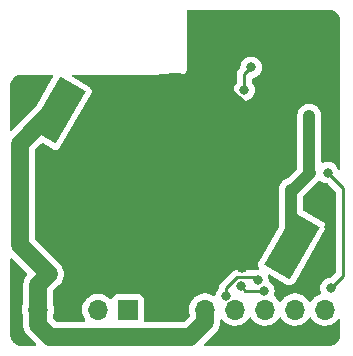
<source format=gbr>
G04 #@! TF.GenerationSoftware,KiCad,Pcbnew,(6.0.11)*
G04 #@! TF.CreationDate,2023-02-12T22:37:01+01:00*
G04 #@! TF.ProjectId,atmega328p-au--e01c-ml01s--bme280--cr2032,61746d65-6761-4333-9238-702d61752d2d,rev?*
G04 #@! TF.SameCoordinates,Original*
G04 #@! TF.FileFunction,Copper,L2,Bot*
G04 #@! TF.FilePolarity,Positive*
%FSLAX46Y46*%
G04 Gerber Fmt 4.6, Leading zero omitted, Abs format (unit mm)*
G04 Created by KiCad (PCBNEW (6.0.11)) date 2023-02-12 22:37:01*
%MOMM*%
%LPD*%
G01*
G04 APERTURE LIST*
G04 Aperture macros list*
%AMRotRect*
0 Rectangle, with rotation*
0 The origin of the aperture is its center*
0 $1 length*
0 $2 width*
0 $3 Rotation angle, in degrees counterclockwise*
0 Add horizontal line*
21,1,$1,$2,0,0,$3*%
G04 Aperture macros list end*
G04 #@! TA.AperFunction,ComponentPad*
%ADD10R,1.700000X1.700000*%
G04 #@! TD*
G04 #@! TA.AperFunction,ComponentPad*
%ADD11O,1.700000X1.700000*%
G04 #@! TD*
G04 #@! TA.AperFunction,SMDPad,CuDef*
%ADD12C,17.800000*%
G04 #@! TD*
G04 #@! TA.AperFunction,SMDPad,CuDef*
%ADD13RotRect,2.500000X5.100000X330.000000*%
G04 #@! TD*
G04 #@! TA.AperFunction,ViaPad*
%ADD14C,1.000000*%
G04 #@! TD*
G04 #@! TA.AperFunction,ViaPad*
%ADD15C,0.800000*%
G04 #@! TD*
G04 #@! TA.AperFunction,Conductor*
%ADD16C,1.500000*%
G04 #@! TD*
G04 #@! TA.AperFunction,Conductor*
%ADD17C,1.000000*%
G04 #@! TD*
G04 #@! TA.AperFunction,Conductor*
%ADD18C,0.500000*%
G04 #@! TD*
G04 #@! TA.AperFunction,Conductor*
%ADD19C,0.250000*%
G04 #@! TD*
G04 APERTURE END LIST*
D10*
X106020000Y-83439000D03*
D11*
X103480000Y-83439000D03*
X100940000Y-83439000D03*
X98400000Y-83439000D03*
D10*
X110000000Y-83400000D03*
D11*
X112540000Y-83400000D03*
X115080000Y-83400000D03*
X117620000Y-83400000D03*
X120160000Y-83400000D03*
X122700000Y-83400000D03*
D12*
X109982000Y-72263000D03*
D13*
X100066009Y-66538000D03*
X119897991Y-77988000D03*
D14*
X119789819Y-73247000D03*
X99300000Y-80370000D03*
X121360000Y-66980000D03*
X120800000Y-58800000D03*
X115700000Y-79800000D03*
X119824500Y-70675500D03*
X96800000Y-66300000D03*
X122700000Y-60400000D03*
X101190000Y-80390000D03*
X118900000Y-85900000D03*
X122100000Y-80000000D03*
X104300000Y-80200000D03*
X96600000Y-80400000D03*
X123100000Y-76382206D03*
X103900000Y-64400000D03*
X123000000Y-63000000D03*
X100500000Y-74500000D03*
X96800000Y-85700000D03*
X118600000Y-64400000D03*
X98000000Y-64300000D03*
X121500000Y-85900000D03*
X99700000Y-71000000D03*
X116400000Y-85900000D03*
X112327000Y-59800000D03*
D15*
X115550500Y-81412545D03*
X117500000Y-81800000D03*
X114326677Y-82251276D03*
X116999500Y-80934839D03*
X122900000Y-71800000D03*
X115862700Y-64801500D03*
X123200000Y-81600000D03*
X116432666Y-62904177D03*
D16*
X99300000Y-80370000D02*
X96870000Y-77940000D01*
D17*
X119800000Y-73257181D02*
X119800000Y-77704991D01*
D16*
X98400000Y-84700000D02*
X98400000Y-83439000D01*
D17*
X119993000Y-73247000D02*
X119789819Y-73247000D01*
X121360000Y-66980000D02*
X121360000Y-71800000D01*
X121400000Y-71840000D02*
X119993000Y-73247000D01*
D16*
X96870000Y-77940000D02*
X96870000Y-69353009D01*
X96870000Y-69353009D02*
X99685009Y-66538000D01*
D17*
X121360000Y-71800000D02*
X121400000Y-71840000D01*
D16*
X99300000Y-80370000D02*
X99300000Y-80400000D01*
X98400000Y-81300000D02*
X98400000Y-83439000D01*
X99400000Y-85700000D02*
X98400000Y-84700000D01*
X99300000Y-80400000D02*
X98400000Y-81300000D01*
D17*
X119789819Y-73247000D02*
X119800000Y-73257181D01*
D16*
X112540000Y-84460000D02*
X111300000Y-85700000D01*
X111300000Y-85700000D02*
X99400000Y-85700000D01*
X112540000Y-83400000D02*
X112540000Y-84460000D01*
D18*
X111252000Y-73279000D02*
X110236000Y-72263000D01*
D19*
X115937955Y-81800000D02*
X115550500Y-81412545D01*
X117500000Y-81800000D02*
X115937955Y-81800000D01*
X117400000Y-81900000D02*
X117500000Y-81800000D01*
X116752206Y-80687545D02*
X115250195Y-80687545D01*
X115250195Y-80687545D02*
X114326677Y-81611063D01*
X116999500Y-80934839D02*
X116752206Y-80687545D01*
X114326677Y-81611063D02*
X114326677Y-82251276D01*
X123200000Y-81600000D02*
X124225000Y-80575000D01*
X124225000Y-80575000D02*
X124225000Y-73125000D01*
X124225000Y-73125000D02*
X122900000Y-71800000D01*
X115862700Y-64801500D02*
X115862700Y-63474143D01*
X115862700Y-63474143D02*
X116432666Y-62904177D01*
G04 #@! TA.AperFunction,Conductor*
G36*
X96217012Y-79067253D02*
G01*
X96223595Y-79073382D01*
X97447876Y-80297663D01*
X97481902Y-80359975D01*
X97476837Y-80430790D01*
X97455451Y-80467572D01*
X97453076Y-80470413D01*
X97449600Y-80474398D01*
X97397288Y-80531888D01*
X97397281Y-80531897D01*
X97393515Y-80536036D01*
X97390538Y-80540782D01*
X97390537Y-80540783D01*
X97383987Y-80551225D01*
X97373911Y-80565093D01*
X97366004Y-80574549D01*
X97365997Y-80574559D01*
X97362406Y-80578854D01*
X97332093Y-80631999D01*
X97321118Y-80651240D01*
X97318408Y-80655768D01*
X97285203Y-80708702D01*
X97274136Y-80726344D01*
X97272043Y-80731549D01*
X97272042Y-80731552D01*
X97267448Y-80742979D01*
X97259988Y-80758411D01*
X97253880Y-80769119D01*
X97253876Y-80769128D01*
X97251101Y-80773993D01*
X97249232Y-80779270D01*
X97249230Y-80779275D01*
X97223285Y-80852542D01*
X97221420Y-80857478D01*
X97190344Y-80934783D01*
X97189208Y-80940270D01*
X97189207Y-80940272D01*
X97186706Y-80952349D01*
X97182101Y-80968844D01*
X97176111Y-80985759D01*
X97164257Y-81058148D01*
X97162643Y-81068001D01*
X97161683Y-81073180D01*
X97144787Y-81154767D01*
X97144521Y-81159379D01*
X97144521Y-81159380D01*
X97143185Y-81182548D01*
X97141738Y-81195653D01*
X97140714Y-81201910D01*
X97139806Y-81207457D01*
X97139894Y-81213070D01*
X97139894Y-81213072D01*
X97141484Y-81314264D01*
X97141500Y-81316243D01*
X97141500Y-82895651D01*
X97129787Y-82948702D01*
X97122869Y-82963605D01*
X97122867Y-82963610D01*
X97120688Y-82968305D01*
X97060989Y-83183570D01*
X97037251Y-83405695D01*
X97037548Y-83410848D01*
X97037548Y-83410851D01*
X97043011Y-83505590D01*
X97050110Y-83628715D01*
X97051247Y-83633761D01*
X97051248Y-83633767D01*
X97071119Y-83721939D01*
X97099222Y-83846639D01*
X97102013Y-83853512D01*
X97132243Y-83927961D01*
X97141500Y-83975365D01*
X97141500Y-84608604D01*
X97140422Y-84625051D01*
X97137521Y-84647086D01*
X97137786Y-84652698D01*
X97141360Y-84728488D01*
X97141500Y-84734424D01*
X97141500Y-84756999D01*
X97143510Y-84779525D01*
X97143819Y-84782988D01*
X97144178Y-84788248D01*
X97148104Y-84871488D01*
X97149354Y-84876947D01*
X97149355Y-84876952D01*
X97152108Y-84888970D01*
X97154789Y-84905899D01*
X97156383Y-84923762D01*
X97157865Y-84929178D01*
X97157865Y-84929180D01*
X97178370Y-85004133D01*
X97179656Y-85009251D01*
X97198258Y-85090470D01*
X97200460Y-85095632D01*
X97205294Y-85106967D01*
X97210927Y-85123142D01*
X97215663Y-85140451D01*
X97218079Y-85145516D01*
X97251539Y-85215667D01*
X97253710Y-85220476D01*
X97286397Y-85297109D01*
X97296251Y-85312110D01*
X97304654Y-85327025D01*
X97312378Y-85343218D01*
X97359420Y-85408683D01*
X97360999Y-85410881D01*
X97363989Y-85415232D01*
X97407196Y-85481010D01*
X97407202Y-85481018D01*
X97409735Y-85484874D01*
X97428257Y-85505662D01*
X97436490Y-85515939D01*
X97443471Y-85525654D01*
X97518986Y-85598834D01*
X97520221Y-85600030D01*
X97521632Y-85601419D01*
X98196617Y-86276405D01*
X98230642Y-86338717D01*
X98225577Y-86409533D01*
X98183030Y-86466368D01*
X98116510Y-86491179D01*
X98107521Y-86491500D01*
X97049367Y-86491500D01*
X97029982Y-86490000D01*
X97015149Y-86487690D01*
X97015145Y-86487690D01*
X97006276Y-86486309D01*
X96993603Y-86487966D01*
X96966293Y-86488551D01*
X96838806Y-86477397D01*
X96817183Y-86473585D01*
X96671531Y-86434557D01*
X96650896Y-86427046D01*
X96514240Y-86363322D01*
X96495220Y-86352340D01*
X96371703Y-86265853D01*
X96354878Y-86251735D01*
X96248265Y-86145122D01*
X96234147Y-86128297D01*
X96147660Y-86004780D01*
X96136678Y-85985760D01*
X96072954Y-85849104D01*
X96065443Y-85828466D01*
X96026417Y-85682822D01*
X96022602Y-85661191D01*
X96012349Y-85543993D01*
X96012374Y-85521758D01*
X96012770Y-85517344D01*
X96013576Y-85512552D01*
X96013729Y-85500000D01*
X96009773Y-85472376D01*
X96008500Y-85454514D01*
X96008500Y-79162477D01*
X96028502Y-79094356D01*
X96082158Y-79047863D01*
X96152432Y-79037759D01*
X96217012Y-79067253D01*
G37*
G04 #@! TD.AperFunction*
G04 #@! TA.AperFunction,Conductor*
G36*
X121512026Y-84075144D02*
G01*
X121539875Y-84106994D01*
X121599987Y-84205088D01*
X121746250Y-84373938D01*
X121918126Y-84516632D01*
X122111000Y-84629338D01*
X122319692Y-84709030D01*
X122324760Y-84710061D01*
X122324763Y-84710062D01*
X122429924Y-84731457D01*
X122538597Y-84753567D01*
X122543772Y-84753757D01*
X122543774Y-84753757D01*
X122756673Y-84761564D01*
X122756677Y-84761564D01*
X122761837Y-84761753D01*
X122766957Y-84761097D01*
X122766959Y-84761097D01*
X122978288Y-84734025D01*
X122978289Y-84734025D01*
X122983416Y-84733368D01*
X122999682Y-84728488D01*
X123192429Y-84670661D01*
X123192434Y-84670659D01*
X123197384Y-84669174D01*
X123397994Y-84570896D01*
X123579860Y-84441173D01*
X123738096Y-84283489D01*
X123763177Y-84248585D01*
X123819172Y-84204937D01*
X123889875Y-84198491D01*
X123952840Y-84231294D01*
X123988074Y-84292930D01*
X123991500Y-84322111D01*
X123991500Y-85450633D01*
X123990000Y-85470018D01*
X123987690Y-85484851D01*
X123987690Y-85484855D01*
X123986309Y-85493724D01*
X123987966Y-85506397D01*
X123988551Y-85533707D01*
X123982627Y-85601419D01*
X123977398Y-85661191D01*
X123973585Y-85682817D01*
X123952174Y-85762724D01*
X123934558Y-85828466D01*
X123927046Y-85849104D01*
X123863322Y-85985760D01*
X123852340Y-86004780D01*
X123765853Y-86128297D01*
X123751735Y-86145122D01*
X123645122Y-86251735D01*
X123628297Y-86265853D01*
X123504780Y-86352340D01*
X123485760Y-86363322D01*
X123349104Y-86427046D01*
X123328466Y-86434557D01*
X123182822Y-86473583D01*
X123161194Y-86477397D01*
X123104659Y-86482344D01*
X123040607Y-86487947D01*
X123024129Y-86487393D01*
X123024124Y-86487800D01*
X123015147Y-86487690D01*
X123006276Y-86486309D01*
X122997374Y-86487473D01*
X122997372Y-86487473D01*
X122983548Y-86489281D01*
X122974714Y-86490436D01*
X122958379Y-86491500D01*
X112592477Y-86491500D01*
X112524356Y-86471498D01*
X112477863Y-86417842D01*
X112467759Y-86347568D01*
X112497253Y-86282988D01*
X112503382Y-86276405D01*
X113365259Y-85414528D01*
X113377651Y-85403660D01*
X113390843Y-85393538D01*
X113390851Y-85393531D01*
X113395292Y-85390123D01*
X113450168Y-85329815D01*
X113454267Y-85325520D01*
X113470198Y-85309589D01*
X113486934Y-85289573D01*
X113490379Y-85285624D01*
X113542703Y-85228121D01*
X113542706Y-85228117D01*
X113546485Y-85223964D01*
X113556013Y-85208775D01*
X113566091Y-85194903D01*
X113573992Y-85185455D01*
X113573997Y-85185448D01*
X113577594Y-85181146D01*
X113618887Y-85108752D01*
X113621592Y-85104232D01*
X113662886Y-85038404D01*
X113662888Y-85038401D01*
X113665864Y-85033656D01*
X113672552Y-85017021D01*
X113680012Y-85001589D01*
X113686120Y-84990881D01*
X113686124Y-84990872D01*
X113688899Y-84986007D01*
X113690768Y-84980730D01*
X113690770Y-84980725D01*
X113716715Y-84907458D01*
X113718580Y-84902522D01*
X113747566Y-84830416D01*
X113749656Y-84825217D01*
X113753294Y-84807650D01*
X113757899Y-84791156D01*
X113763889Y-84774241D01*
X113765965Y-84761564D01*
X113777355Y-84692009D01*
X113778317Y-84686819D01*
X113794277Y-84609754D01*
X113794278Y-84609750D01*
X113795213Y-84605233D01*
X113796815Y-84577452D01*
X113798262Y-84564347D01*
X113799286Y-84558090D01*
X113799286Y-84558083D01*
X113800194Y-84552542D01*
X113798516Y-84445736D01*
X113798500Y-84443757D01*
X113798500Y-84333474D01*
X113818502Y-84265353D01*
X113872158Y-84218860D01*
X113942432Y-84208756D01*
X114007012Y-84238250D01*
X114019734Y-84250973D01*
X114069015Y-84307864D01*
X114122866Y-84370032D01*
X114122869Y-84370035D01*
X114126250Y-84373938D01*
X114298126Y-84516632D01*
X114491000Y-84629338D01*
X114699692Y-84709030D01*
X114704760Y-84710061D01*
X114704763Y-84710062D01*
X114809924Y-84731457D01*
X114918597Y-84753567D01*
X114923772Y-84753757D01*
X114923774Y-84753757D01*
X115136673Y-84761564D01*
X115136677Y-84761564D01*
X115141837Y-84761753D01*
X115146957Y-84761097D01*
X115146959Y-84761097D01*
X115358288Y-84734025D01*
X115358289Y-84734025D01*
X115363416Y-84733368D01*
X115379682Y-84728488D01*
X115572429Y-84670661D01*
X115572434Y-84670659D01*
X115577384Y-84669174D01*
X115777994Y-84570896D01*
X115959860Y-84441173D01*
X116118096Y-84283489D01*
X116193386Y-84178712D01*
X116248453Y-84102077D01*
X116249776Y-84103028D01*
X116296645Y-84059857D01*
X116366580Y-84047625D01*
X116432026Y-84075144D01*
X116459875Y-84106994D01*
X116519987Y-84205088D01*
X116666250Y-84373938D01*
X116838126Y-84516632D01*
X117031000Y-84629338D01*
X117239692Y-84709030D01*
X117244760Y-84710061D01*
X117244763Y-84710062D01*
X117349924Y-84731457D01*
X117458597Y-84753567D01*
X117463772Y-84753757D01*
X117463774Y-84753757D01*
X117676673Y-84761564D01*
X117676677Y-84761564D01*
X117681837Y-84761753D01*
X117686957Y-84761097D01*
X117686959Y-84761097D01*
X117898288Y-84734025D01*
X117898289Y-84734025D01*
X117903416Y-84733368D01*
X117919682Y-84728488D01*
X118112429Y-84670661D01*
X118112434Y-84670659D01*
X118117384Y-84669174D01*
X118317994Y-84570896D01*
X118499860Y-84441173D01*
X118658096Y-84283489D01*
X118733386Y-84178712D01*
X118788453Y-84102077D01*
X118789776Y-84103028D01*
X118836645Y-84059857D01*
X118906580Y-84047625D01*
X118972026Y-84075144D01*
X118999875Y-84106994D01*
X119059987Y-84205088D01*
X119206250Y-84373938D01*
X119378126Y-84516632D01*
X119571000Y-84629338D01*
X119779692Y-84709030D01*
X119784760Y-84710061D01*
X119784763Y-84710062D01*
X119889924Y-84731457D01*
X119998597Y-84753567D01*
X120003772Y-84753757D01*
X120003774Y-84753757D01*
X120216673Y-84761564D01*
X120216677Y-84761564D01*
X120221837Y-84761753D01*
X120226957Y-84761097D01*
X120226959Y-84761097D01*
X120438288Y-84734025D01*
X120438289Y-84734025D01*
X120443416Y-84733368D01*
X120459682Y-84728488D01*
X120652429Y-84670661D01*
X120652434Y-84670659D01*
X120657384Y-84669174D01*
X120857994Y-84570896D01*
X121039860Y-84441173D01*
X121198096Y-84283489D01*
X121273386Y-84178712D01*
X121328453Y-84102077D01*
X121329776Y-84103028D01*
X121376645Y-84059857D01*
X121446580Y-84047625D01*
X121512026Y-84075144D01*
G37*
G04 #@! TD.AperFunction*
G04 #@! TA.AperFunction,Conductor*
G36*
X122970018Y-58010000D02*
G01*
X122984851Y-58012310D01*
X122984855Y-58012310D01*
X122993724Y-58013691D01*
X123006397Y-58012034D01*
X123033707Y-58011449D01*
X123161194Y-58022603D01*
X123182817Y-58026415D01*
X123328466Y-58065442D01*
X123349104Y-58072954D01*
X123485760Y-58136678D01*
X123504780Y-58147660D01*
X123628297Y-58234147D01*
X123645122Y-58248265D01*
X123751735Y-58354878D01*
X123765853Y-58371703D01*
X123852340Y-58495220D01*
X123863322Y-58514240D01*
X123927046Y-58650896D01*
X123934557Y-58671534D01*
X123973583Y-58817178D01*
X123977398Y-58838809D01*
X123987947Y-58959393D01*
X123987393Y-58975871D01*
X123987800Y-58975876D01*
X123987690Y-58984853D01*
X123986309Y-58993724D01*
X123987473Y-59002626D01*
X123987473Y-59002628D01*
X123990436Y-59025283D01*
X123991500Y-59041621D01*
X123991500Y-71423793D01*
X123971498Y-71491914D01*
X123917842Y-71538407D01*
X123847568Y-71548511D01*
X123782988Y-71519017D01*
X123745667Y-71462730D01*
X123745517Y-71462266D01*
X123734527Y-71428444D01*
X123639040Y-71263056D01*
X123511253Y-71121134D01*
X123356752Y-71008882D01*
X123350724Y-71006198D01*
X123350722Y-71006197D01*
X123188319Y-70933891D01*
X123188318Y-70933891D01*
X123182288Y-70931206D01*
X123088888Y-70911353D01*
X123001944Y-70892872D01*
X123001939Y-70892872D01*
X122995487Y-70891500D01*
X122804513Y-70891500D01*
X122798061Y-70892872D01*
X122798056Y-70892872D01*
X122711112Y-70911353D01*
X122617712Y-70931206D01*
X122611682Y-70933891D01*
X122611681Y-70933891D01*
X122545749Y-70963246D01*
X122475382Y-70972680D01*
X122411085Y-70942574D01*
X122373271Y-70882485D01*
X122368500Y-70848139D01*
X122368500Y-67051722D01*
X122369492Y-67035944D01*
X122372985Y-67008295D01*
X122373380Y-66980000D01*
X122354080Y-66783167D01*
X122296916Y-66593831D01*
X122204066Y-66419204D01*
X122133709Y-66332938D01*
X122082960Y-66270713D01*
X122082957Y-66270710D01*
X122079065Y-66265938D01*
X122072724Y-66260692D01*
X121931425Y-66143799D01*
X121931421Y-66143797D01*
X121926675Y-66139870D01*
X121752701Y-66045802D01*
X121563768Y-65987318D01*
X121557643Y-65986674D01*
X121557642Y-65986674D01*
X121373204Y-65967289D01*
X121373202Y-65967289D01*
X121367075Y-65966645D01*
X121284576Y-65974153D01*
X121176251Y-65984011D01*
X121176248Y-65984012D01*
X121170112Y-65984570D01*
X121164206Y-65986308D01*
X121164202Y-65986309D01*
X121059076Y-66017249D01*
X120980381Y-66040410D01*
X120974923Y-66043263D01*
X120974919Y-66043265D01*
X120884147Y-66090720D01*
X120805110Y-66132040D01*
X120650975Y-66255968D01*
X120523846Y-66407474D01*
X120520879Y-66412872D01*
X120520875Y-66412877D01*
X120517397Y-66419204D01*
X120428567Y-66580787D01*
X120426706Y-66586654D01*
X120426705Y-66586656D01*
X120370627Y-66763436D01*
X120368765Y-66769306D01*
X120346719Y-66965851D01*
X120347235Y-66971995D01*
X120351058Y-67017524D01*
X120351500Y-67028067D01*
X120351500Y-71410076D01*
X120331498Y-71478197D01*
X120314595Y-71499171D01*
X119569326Y-72244440D01*
X119516653Y-72275966D01*
X119502151Y-72280345D01*
X119501369Y-72280578D01*
X119410200Y-72307410D01*
X119408624Y-72308234D01*
X119406923Y-72308741D01*
X119405348Y-72309571D01*
X119403650Y-72310084D01*
X119319718Y-72354711D01*
X119319138Y-72355016D01*
X119234929Y-72399040D01*
X119233544Y-72400154D01*
X119231973Y-72400982D01*
X119230594Y-72402099D01*
X119229023Y-72402934D01*
X119224448Y-72406665D01*
X119224447Y-72406666D01*
X119155447Y-72462941D01*
X119154763Y-72463494D01*
X119085415Y-72519252D01*
X119085412Y-72519255D01*
X119080794Y-72522968D01*
X119079651Y-72524331D01*
X119078272Y-72525447D01*
X119077136Y-72526810D01*
X119075757Y-72527935D01*
X119019902Y-72595453D01*
X119015260Y-72601064D01*
X119014754Y-72601671D01*
X118953665Y-72674474D01*
X118952807Y-72676035D01*
X118951673Y-72677396D01*
X118950824Y-72678953D01*
X118949689Y-72680325D01*
X118946889Y-72685504D01*
X118904519Y-72763865D01*
X118904117Y-72764603D01*
X118858386Y-72847787D01*
X118857850Y-72849476D01*
X118856997Y-72851041D01*
X118856465Y-72852737D01*
X118855621Y-72854299D01*
X118853891Y-72859889D01*
X118827544Y-72945002D01*
X118827287Y-72945822D01*
X118798584Y-73036306D01*
X118798386Y-73038070D01*
X118797854Y-73039768D01*
X118797662Y-73041536D01*
X118797137Y-73043232D01*
X118796522Y-73049086D01*
X118787216Y-73137625D01*
X118787121Y-73138500D01*
X118780837Y-73194528D01*
X118776538Y-73232851D01*
X118776687Y-73234623D01*
X118776495Y-73236388D01*
X118776650Y-73238157D01*
X118776464Y-73239925D01*
X118785073Y-73334518D01*
X118785137Y-73335250D01*
X118791058Y-73405771D01*
X118791500Y-73416313D01*
X118791500Y-76353737D01*
X118774619Y-76416737D01*
X117076018Y-79358800D01*
X117050777Y-79416029D01*
X117049481Y-79423816D01*
X117049480Y-79423819D01*
X117028337Y-79550852D01*
X117026863Y-79559710D01*
X117044235Y-79704328D01*
X117101499Y-79838256D01*
X117101998Y-79838862D01*
X117119235Y-79903475D01*
X117097544Y-79971077D01*
X117042747Y-80016220D01*
X116993274Y-80026339D01*
X116904013Y-80026339D01*
X116897560Y-80027711D01*
X116897547Y-80027712D01*
X116803670Y-80047667D01*
X116776888Y-80050058D01*
X116772263Y-80049325D01*
X116764370Y-80050071D01*
X116764368Y-80050071D01*
X116728245Y-80053486D01*
X116716387Y-80054045D01*
X115328963Y-80054045D01*
X115317780Y-80053518D01*
X115310287Y-80051843D01*
X115302361Y-80052092D01*
X115302360Y-80052092D01*
X115242197Y-80053983D01*
X115238239Y-80054045D01*
X115210339Y-80054045D01*
X115206349Y-80054549D01*
X115194515Y-80055481D01*
X115150306Y-80056871D01*
X115142690Y-80059084D01*
X115142688Y-80059084D01*
X115130847Y-80062524D01*
X115111488Y-80066533D01*
X115110178Y-80066699D01*
X115091398Y-80069071D01*
X115084032Y-80071987D01*
X115084026Y-80071989D01*
X115050293Y-80085345D01*
X115039063Y-80089190D01*
X115004212Y-80099315D01*
X114996602Y-80101526D01*
X114989779Y-80105561D01*
X114979161Y-80111840D01*
X114961408Y-80120537D01*
X114953763Y-80123564D01*
X114942578Y-80127993D01*
X114936163Y-80132654D01*
X114906807Y-80153982D01*
X114896890Y-80160496D01*
X114858833Y-80183003D01*
X114844512Y-80197324D01*
X114829479Y-80210164D01*
X114813088Y-80222073D01*
X114808037Y-80228178D01*
X114808032Y-80228183D01*
X114784896Y-80256149D01*
X114776908Y-80264927D01*
X113934424Y-81107411D01*
X113926138Y-81114951D01*
X113919659Y-81119063D01*
X113914234Y-81124840D01*
X113904785Y-81134902D01*
X113877495Y-81163964D01*
X113873034Y-81168714D01*
X113870279Y-81171556D01*
X113850542Y-81191293D01*
X113848062Y-81194490D01*
X113840359Y-81203510D01*
X113810091Y-81235742D01*
X113806272Y-81242688D01*
X113806270Y-81242691D01*
X113800329Y-81253497D01*
X113789478Y-81270016D01*
X113777063Y-81286022D01*
X113773918Y-81293291D01*
X113773915Y-81293295D01*
X113759503Y-81326600D01*
X113754286Y-81337250D01*
X113732982Y-81376003D01*
X113731011Y-81383678D01*
X113731011Y-81383679D01*
X113727944Y-81395625D01*
X113721540Y-81414329D01*
X113717909Y-81422721D01*
X113713496Y-81432918D01*
X113712257Y-81440741D01*
X113712254Y-81440751D01*
X113706578Y-81476587D01*
X113704172Y-81488207D01*
X113693177Y-81531033D01*
X113693177Y-81548751D01*
X113673175Y-81616872D01*
X113660818Y-81633056D01*
X113587637Y-81714332D01*
X113492150Y-81879720D01*
X113433135Y-82061348D01*
X113432445Y-82067909D01*
X113432445Y-82067911D01*
X113428873Y-82101898D01*
X113425370Y-82135233D01*
X113425195Y-82136895D01*
X113398182Y-82202552D01*
X113339961Y-82243182D01*
X113269016Y-82245885D01*
X113238992Y-82234034D01*
X113236972Y-82232919D01*
X113098789Y-82156638D01*
X113093920Y-82154914D01*
X113093916Y-82154912D01*
X112893087Y-82083795D01*
X112893083Y-82083794D01*
X112888212Y-82082069D01*
X112883119Y-82081162D01*
X112883116Y-82081161D01*
X112673373Y-82043800D01*
X112673367Y-82043799D01*
X112668284Y-82042894D01*
X112594452Y-82041992D01*
X112450081Y-82040228D01*
X112450079Y-82040228D01*
X112444911Y-82040165D01*
X112224091Y-82073955D01*
X112011756Y-82143357D01*
X111813607Y-82246507D01*
X111809474Y-82249610D01*
X111809471Y-82249612D01*
X111651617Y-82368132D01*
X111634965Y-82380635D01*
X111631393Y-82384373D01*
X111519487Y-82501476D01*
X111480629Y-82542138D01*
X111354743Y-82726680D01*
X111338626Y-82761401D01*
X111276310Y-82895651D01*
X111260688Y-82929305D01*
X111200989Y-83144570D01*
X111177251Y-83366695D01*
X111177548Y-83371848D01*
X111177548Y-83371851D01*
X111181420Y-83439000D01*
X111190110Y-83589715D01*
X111191247Y-83594761D01*
X111191248Y-83594767D01*
X111215304Y-83701508D01*
X111239222Y-83807639D01*
X111241164Y-83812421D01*
X111241165Y-83812425D01*
X111257849Y-83853512D01*
X111264945Y-83924153D01*
X111230201Y-83990011D01*
X110815617Y-84404595D01*
X110753305Y-84438621D01*
X110726522Y-84441500D01*
X107504500Y-84441500D01*
X107436379Y-84421498D01*
X107389886Y-84367842D01*
X107378500Y-84315500D01*
X107378500Y-82540866D01*
X107371745Y-82478684D01*
X107320615Y-82342295D01*
X107233261Y-82225739D01*
X107116705Y-82138385D01*
X106980316Y-82087255D01*
X106918134Y-82080500D01*
X105121866Y-82080500D01*
X105059684Y-82087255D01*
X104923295Y-82138385D01*
X104806739Y-82225739D01*
X104719385Y-82342295D01*
X104716233Y-82350703D01*
X104674919Y-82460907D01*
X104632277Y-82517671D01*
X104565716Y-82542371D01*
X104496367Y-82527163D01*
X104463743Y-82501476D01*
X104413151Y-82445875D01*
X104413142Y-82445866D01*
X104409670Y-82442051D01*
X104405619Y-82438852D01*
X104405615Y-82438848D01*
X104238414Y-82306800D01*
X104238410Y-82306798D01*
X104234359Y-82303598D01*
X104038789Y-82195638D01*
X104033920Y-82193914D01*
X104033916Y-82193912D01*
X103833087Y-82122795D01*
X103833083Y-82122794D01*
X103828212Y-82121069D01*
X103823119Y-82120162D01*
X103823116Y-82120161D01*
X103613373Y-82082800D01*
X103613367Y-82082799D01*
X103608284Y-82081894D01*
X103534452Y-82080992D01*
X103390081Y-82079228D01*
X103390079Y-82079228D01*
X103384911Y-82079165D01*
X103164091Y-82112955D01*
X102951756Y-82182357D01*
X102921443Y-82198137D01*
X102822561Y-82249612D01*
X102753607Y-82285507D01*
X102749474Y-82288610D01*
X102749471Y-82288612D01*
X102596934Y-82403140D01*
X102574965Y-82419635D01*
X102535525Y-82460907D01*
X102453823Y-82546403D01*
X102420629Y-82581138D01*
X102294743Y-82765680D01*
X102292564Y-82770375D01*
X102202870Y-82963605D01*
X102200688Y-82968305D01*
X102140989Y-83183570D01*
X102117251Y-83405695D01*
X102117548Y-83410848D01*
X102117548Y-83410851D01*
X102123011Y-83505590D01*
X102130110Y-83628715D01*
X102131247Y-83633761D01*
X102131248Y-83633767D01*
X102151119Y-83721939D01*
X102179222Y-83846639D01*
X102263266Y-84053616D01*
X102379987Y-84244088D01*
X102379503Y-84244385D01*
X102402404Y-84307864D01*
X102386567Y-84377072D01*
X102335828Y-84426731D01*
X102276636Y-84441500D01*
X99973478Y-84441500D01*
X99905357Y-84421498D01*
X99884383Y-84404595D01*
X99695405Y-84215617D01*
X99661379Y-84153305D01*
X99658500Y-84126522D01*
X99658500Y-83986250D01*
X99667003Y-83941674D01*
X99667430Y-83940811D01*
X99732370Y-83727069D01*
X99761529Y-83505590D01*
X99763156Y-83439000D01*
X99744852Y-83216361D01*
X99690431Y-82999702D01*
X99688375Y-82994973D01*
X99688372Y-82994965D01*
X99668950Y-82950298D01*
X99658500Y-82900056D01*
X99658500Y-81873478D01*
X99678502Y-81805357D01*
X99695405Y-81784382D01*
X100125267Y-81354521D01*
X100137658Y-81343654D01*
X100155292Y-81330123D01*
X100159065Y-81325977D01*
X100159070Y-81325972D01*
X100210149Y-81269836D01*
X100214247Y-81265541D01*
X100230198Y-81249590D01*
X100246942Y-81229564D01*
X100250401Y-81225599D01*
X100302708Y-81168115D01*
X100302709Y-81168114D01*
X100306485Y-81163964D01*
X100316016Y-81148770D01*
X100326085Y-81134910D01*
X100337593Y-81121147D01*
X100378869Y-81048782D01*
X100381579Y-81044253D01*
X100422885Y-80978405D01*
X100425864Y-80973656D01*
X100432553Y-80957017D01*
X100440012Y-80941587D01*
X100446119Y-80930881D01*
X100446123Y-80930872D01*
X100448898Y-80926007D01*
X100476715Y-80847454D01*
X100478576Y-80842529D01*
X100490542Y-80812763D01*
X100509656Y-80765217D01*
X100513294Y-80747650D01*
X100517899Y-80731156D01*
X100523889Y-80714241D01*
X100537359Y-80631990D01*
X100538319Y-80626811D01*
X100554276Y-80549758D01*
X100554276Y-80549757D01*
X100555213Y-80545233D01*
X100555743Y-80536036D01*
X100556815Y-80517452D01*
X100558262Y-80504347D01*
X100559286Y-80498090D01*
X100559286Y-80498086D01*
X100560194Y-80492543D01*
X100559605Y-80455095D01*
X100560668Y-80436667D01*
X100561746Y-80428484D01*
X100561746Y-80428480D01*
X100562479Y-80422914D01*
X100558640Y-80341504D01*
X100558500Y-80335569D01*
X100558500Y-80313001D01*
X100558251Y-80310208D01*
X100558250Y-80310190D01*
X100557543Y-80302267D01*
X100557060Y-80293048D01*
X100556753Y-80273532D01*
X100556665Y-80267919D01*
X100555585Y-80262412D01*
X100554998Y-80256829D01*
X100555249Y-80256803D01*
X100554261Y-80248643D01*
X100552788Y-80217414D01*
X100551897Y-80198512D01*
X100547892Y-80181023D01*
X100545212Y-80164104D01*
X100544115Y-80151821D01*
X100543617Y-80146238D01*
X100536586Y-80120537D01*
X100521631Y-80065870D01*
X100520345Y-80060752D01*
X100502995Y-79985000D01*
X100502994Y-79984998D01*
X100501742Y-79979530D01*
X100494706Y-79963033D01*
X100489073Y-79946858D01*
X100485818Y-79934961D01*
X100485817Y-79934957D01*
X100484337Y-79929549D01*
X100448461Y-79854333D01*
X100446290Y-79849524D01*
X100415804Y-79778051D01*
X100415804Y-79778050D01*
X100413603Y-79772891D01*
X100403749Y-79757890D01*
X100395343Y-79742970D01*
X100390035Y-79731841D01*
X100387622Y-79726782D01*
X100365086Y-79695419D01*
X100339001Y-79659119D01*
X100336011Y-79654768D01*
X100292804Y-79588990D01*
X100292798Y-79588982D01*
X100290265Y-79585126D01*
X100271743Y-79564338D01*
X100263506Y-79554056D01*
X100259799Y-79548897D01*
X100256529Y-79544346D01*
X100179746Y-79469938D01*
X100178336Y-79468549D01*
X98165405Y-77455617D01*
X98131379Y-77393305D01*
X98128500Y-77366522D01*
X98128500Y-69926486D01*
X98148502Y-69858365D01*
X98165405Y-69837391D01*
X98645462Y-69357334D01*
X98707774Y-69323308D01*
X98778589Y-69328373D01*
X98797552Y-69337308D01*
X99660976Y-69835806D01*
X99718205Y-69861047D01*
X99725992Y-69862343D01*
X99725995Y-69862344D01*
X99853028Y-69883487D01*
X99853030Y-69883487D01*
X99861886Y-69884961D01*
X100006504Y-69867589D01*
X100140432Y-69810325D01*
X100198561Y-69762493D01*
X100246802Y-69722798D01*
X100246804Y-69722796D01*
X100252907Y-69717774D01*
X100289848Y-69667300D01*
X102887982Y-65167200D01*
X102913223Y-65109971D01*
X102931909Y-64997706D01*
X102935663Y-64975148D01*
X102935663Y-64975146D01*
X102937137Y-64966290D01*
X102919765Y-64821672D01*
X102911140Y-64801500D01*
X114949196Y-64801500D01*
X114969158Y-64991428D01*
X115028173Y-65173056D01*
X115123660Y-65338444D01*
X115251447Y-65480366D01*
X115405948Y-65592618D01*
X115411976Y-65595302D01*
X115411978Y-65595303D01*
X115574381Y-65667609D01*
X115580412Y-65670294D01*
X115673813Y-65690147D01*
X115760756Y-65708628D01*
X115760761Y-65708628D01*
X115767213Y-65710000D01*
X115958187Y-65710000D01*
X115964639Y-65708628D01*
X115964644Y-65708628D01*
X116051587Y-65690147D01*
X116144988Y-65670294D01*
X116151019Y-65667609D01*
X116313422Y-65595303D01*
X116313424Y-65595302D01*
X116319452Y-65592618D01*
X116473953Y-65480366D01*
X116601740Y-65338444D01*
X116697227Y-65173056D01*
X116756242Y-64991428D01*
X116776204Y-64801500D01*
X116756242Y-64611572D01*
X116697227Y-64429944D01*
X116601740Y-64264556D01*
X116528563Y-64183285D01*
X116497847Y-64119279D01*
X116496200Y-64098976D01*
X116496200Y-63921502D01*
X116516202Y-63853381D01*
X116569858Y-63806888D01*
X116596003Y-63798255D01*
X116605205Y-63796299D01*
X116714954Y-63772971D01*
X116802155Y-63734147D01*
X116883388Y-63697980D01*
X116883390Y-63697979D01*
X116889418Y-63695295D01*
X117043919Y-63583043D01*
X117109040Y-63510719D01*
X117167287Y-63446029D01*
X117167288Y-63446028D01*
X117171706Y-63441121D01*
X117259693Y-63288723D01*
X117263889Y-63281456D01*
X117263890Y-63281455D01*
X117267193Y-63275733D01*
X117326208Y-63094105D01*
X117328035Y-63076728D01*
X117345480Y-62910742D01*
X117346170Y-62904177D01*
X117326208Y-62714249D01*
X117267193Y-62532621D01*
X117171706Y-62367233D01*
X117043919Y-62225311D01*
X116889418Y-62113059D01*
X116883390Y-62110375D01*
X116883388Y-62110374D01*
X116720985Y-62038068D01*
X116720984Y-62038068D01*
X116714954Y-62035383D01*
X116621554Y-62015530D01*
X116534610Y-61997049D01*
X116534605Y-61997049D01*
X116528153Y-61995677D01*
X116337179Y-61995677D01*
X116330727Y-61997049D01*
X116330722Y-61997049D01*
X116243778Y-62015530D01*
X116150378Y-62035383D01*
X116144348Y-62038068D01*
X116144347Y-62038068D01*
X115981944Y-62110374D01*
X115981942Y-62110375D01*
X115975914Y-62113059D01*
X115821413Y-62225311D01*
X115693626Y-62367233D01*
X115598139Y-62532621D01*
X115539124Y-62714249D01*
X115538434Y-62720810D01*
X115538434Y-62720812D01*
X115521759Y-62879469D01*
X115494746Y-62945126D01*
X115485544Y-62955394D01*
X115470447Y-62970491D01*
X115462161Y-62978031D01*
X115455682Y-62982143D01*
X115450257Y-62987920D01*
X115409057Y-63031794D01*
X115406302Y-63034636D01*
X115386565Y-63054373D01*
X115384085Y-63057570D01*
X115376382Y-63066590D01*
X115346114Y-63098822D01*
X115342295Y-63105768D01*
X115342293Y-63105771D01*
X115336352Y-63116577D01*
X115325501Y-63133096D01*
X115313086Y-63149102D01*
X115309941Y-63156371D01*
X115309938Y-63156375D01*
X115295526Y-63189680D01*
X115290309Y-63200330D01*
X115269005Y-63239083D01*
X115267034Y-63246758D01*
X115267034Y-63246759D01*
X115263967Y-63258705D01*
X115257563Y-63277409D01*
X115249519Y-63295998D01*
X115248280Y-63303821D01*
X115248277Y-63303831D01*
X115242601Y-63339667D01*
X115240195Y-63351287D01*
X115229200Y-63394113D01*
X115229200Y-63414367D01*
X115227649Y-63434077D01*
X115224480Y-63454086D01*
X115225226Y-63461978D01*
X115228641Y-63498104D01*
X115229200Y-63509962D01*
X115229200Y-64098976D01*
X115209198Y-64167097D01*
X115196842Y-64183279D01*
X115123660Y-64264556D01*
X115028173Y-64429944D01*
X114969158Y-64611572D01*
X114949196Y-64801500D01*
X102911140Y-64801500D01*
X102862501Y-64687744D01*
X102799822Y-64611572D01*
X102774974Y-64581374D01*
X102774972Y-64581372D01*
X102769950Y-64575269D01*
X102719476Y-64538328D01*
X101343000Y-63743619D01*
X101294007Y-63692237D01*
X101280571Y-63622523D01*
X101306957Y-63556612D01*
X101364789Y-63515430D01*
X101406000Y-63508500D01*
X110491377Y-63508500D01*
X110492148Y-63508502D01*
X110569721Y-63508976D01*
X110598152Y-63500850D01*
X110614915Y-63497272D01*
X110644187Y-63493080D01*
X110667564Y-63482451D01*
X110685087Y-63476004D01*
X110709771Y-63468949D01*
X110717365Y-63464157D01*
X110717368Y-63464156D01*
X110734780Y-63453170D01*
X110749865Y-63445030D01*
X110776782Y-63432792D01*
X110796235Y-63416030D01*
X110811239Y-63404927D01*
X110832958Y-63391224D01*
X110838897Y-63384499D01*
X110838901Y-63384496D01*
X110852532Y-63369062D01*
X110864724Y-63357018D01*
X110880327Y-63343573D01*
X110880329Y-63343570D01*
X110887127Y-63337713D01*
X110901094Y-63316165D01*
X110912385Y-63301291D01*
X110923431Y-63288783D01*
X110923432Y-63288782D01*
X110929378Y-63282049D01*
X110941943Y-63255287D01*
X110950263Y-63240309D01*
X110961471Y-63223017D01*
X110961473Y-63223012D01*
X110966352Y-63215485D01*
X110968922Y-63206892D01*
X110968924Y-63206887D01*
X110973711Y-63190880D01*
X110980372Y-63173436D01*
X110987467Y-63158324D01*
X110987468Y-63158322D01*
X110991281Y-63150200D01*
X110995830Y-63120983D01*
X110999613Y-63104268D01*
X111005515Y-63084534D01*
X111005516Y-63084528D01*
X111008086Y-63075934D01*
X111008296Y-63041494D01*
X111008329Y-63040711D01*
X111008500Y-63039614D01*
X111008500Y-63008623D01*
X111008502Y-63007853D01*
X111008952Y-62934215D01*
X111008952Y-62934214D01*
X111008976Y-62930279D01*
X111008592Y-62928935D01*
X111008500Y-62927590D01*
X111008500Y-58134500D01*
X111028502Y-58066379D01*
X111082158Y-58019886D01*
X111134500Y-58008500D01*
X122950633Y-58008500D01*
X122970018Y-58010000D01*
G37*
G04 #@! TD.AperFunction*
G04 #@! TA.AperFunction,Conductor*
G36*
X122280931Y-72481102D02*
G01*
X122316775Y-72499230D01*
X122402555Y-72561553D01*
X122443248Y-72591118D01*
X122449276Y-72593802D01*
X122449278Y-72593803D01*
X122611681Y-72666109D01*
X122617712Y-72668794D01*
X122696326Y-72685504D01*
X122798056Y-72707128D01*
X122798061Y-72707128D01*
X122804513Y-72708500D01*
X122860405Y-72708500D01*
X122928526Y-72728502D01*
X122949501Y-72745405D01*
X123554596Y-73350501D01*
X123588621Y-73412813D01*
X123591500Y-73439596D01*
X123591500Y-80260405D01*
X123571498Y-80328526D01*
X123554595Y-80349501D01*
X123249499Y-80654596D01*
X123187187Y-80688621D01*
X123160404Y-80691500D01*
X123104513Y-80691500D01*
X123098061Y-80692872D01*
X123098056Y-80692872D01*
X123023584Y-80708702D01*
X122917712Y-80731206D01*
X122911682Y-80733891D01*
X122911681Y-80733891D01*
X122749278Y-80806197D01*
X122749276Y-80806198D01*
X122743248Y-80808882D01*
X122588747Y-80921134D01*
X122584326Y-80926044D01*
X122584325Y-80926045D01*
X122529473Y-80986965D01*
X122460960Y-81063056D01*
X122429642Y-81117300D01*
X122379868Y-81203512D01*
X122365473Y-81228444D01*
X122306458Y-81410072D01*
X122305768Y-81416633D01*
X122305768Y-81416635D01*
X122299467Y-81476587D01*
X122286496Y-81600000D01*
X122287186Y-81606565D01*
X122299114Y-81720050D01*
X122306458Y-81789928D01*
X122308498Y-81796206D01*
X122358469Y-81950001D01*
X122360497Y-82020968D01*
X122323834Y-82081766D01*
X122277782Y-82108702D01*
X122259854Y-82114562D01*
X122171756Y-82143357D01*
X121973607Y-82246507D01*
X121969474Y-82249610D01*
X121969471Y-82249612D01*
X121811617Y-82368132D01*
X121794965Y-82380635D01*
X121791393Y-82384373D01*
X121679487Y-82501476D01*
X121640629Y-82542138D01*
X121533201Y-82699621D01*
X121478293Y-82744621D01*
X121407768Y-82752792D01*
X121344021Y-82721538D01*
X121323324Y-82697054D01*
X121242822Y-82572617D01*
X121242820Y-82572614D01*
X121240014Y-82568277D01*
X121089670Y-82403051D01*
X121085619Y-82399852D01*
X121085615Y-82399848D01*
X120918414Y-82267800D01*
X120918410Y-82267798D01*
X120914359Y-82264598D01*
X120718789Y-82156638D01*
X120713920Y-82154914D01*
X120713916Y-82154912D01*
X120513087Y-82083795D01*
X120513083Y-82083794D01*
X120508212Y-82082069D01*
X120503119Y-82081162D01*
X120503116Y-82081161D01*
X120293373Y-82043800D01*
X120293367Y-82043799D01*
X120288284Y-82042894D01*
X120214452Y-82041992D01*
X120070081Y-82040228D01*
X120070079Y-82040228D01*
X120064911Y-82040165D01*
X119844091Y-82073955D01*
X119631756Y-82143357D01*
X119433607Y-82246507D01*
X119429474Y-82249610D01*
X119429471Y-82249612D01*
X119271617Y-82368132D01*
X119254965Y-82380635D01*
X119251393Y-82384373D01*
X119139487Y-82501476D01*
X119100629Y-82542138D01*
X118993201Y-82699621D01*
X118938293Y-82744621D01*
X118867768Y-82752792D01*
X118804021Y-82721538D01*
X118783324Y-82697054D01*
X118702822Y-82572617D01*
X118702820Y-82572614D01*
X118700014Y-82568277D01*
X118549670Y-82403051D01*
X118505455Y-82368132D01*
X118387455Y-82274940D01*
X118346393Y-82217023D01*
X118343161Y-82146100D01*
X118345715Y-82137123D01*
X118346329Y-82135233D01*
X118393542Y-81989928D01*
X118397739Y-81950001D01*
X118412814Y-81806565D01*
X118413504Y-81800000D01*
X118393542Y-81610072D01*
X118334527Y-81428444D01*
X118239040Y-81263056D01*
X118231443Y-81254618D01*
X118115675Y-81126045D01*
X118115674Y-81126044D01*
X118111253Y-81121134D01*
X118024561Y-81058148D01*
X117963198Y-81013565D01*
X117919844Y-80957342D01*
X117911949Y-80924800D01*
X117893732Y-80751473D01*
X117893731Y-80751470D01*
X117893042Y-80744911D01*
X117841367Y-80585873D01*
X117839339Y-80514906D01*
X117876002Y-80454108D01*
X117939714Y-80422782D01*
X118010248Y-80430875D01*
X118024198Y-80437817D01*
X119492958Y-81285806D01*
X119550187Y-81311047D01*
X119557974Y-81312343D01*
X119557977Y-81312344D01*
X119685010Y-81333487D01*
X119685012Y-81333487D01*
X119693868Y-81334961D01*
X119838486Y-81317589D01*
X119972414Y-81260325D01*
X120036663Y-81207457D01*
X120078784Y-81172798D01*
X120078786Y-81172796D01*
X120084889Y-81167774D01*
X120121830Y-81117300D01*
X122719964Y-76617200D01*
X122745205Y-76559971D01*
X122769119Y-76416290D01*
X122751747Y-76271672D01*
X122694483Y-76137744D01*
X122601932Y-76025269D01*
X122551458Y-75988328D01*
X120871500Y-75018404D01*
X120822507Y-74967022D01*
X120808500Y-74909285D01*
X120808500Y-73909925D01*
X120828502Y-73841804D01*
X120845405Y-73820830D01*
X122070782Y-72595453D01*
X122080583Y-72586628D01*
X122106759Y-72565431D01*
X122111548Y-72561553D01*
X122115495Y-72556816D01*
X122143848Y-72522787D01*
X122146508Y-72519727D01*
X122148309Y-72517926D01*
X122149543Y-72516424D01*
X122209953Y-72479500D01*
X122280931Y-72481102D01*
G37*
G04 #@! TD.AperFunction*
G04 #@! TA.AperFunction,Conductor*
G36*
X99634433Y-63528502D02*
G01*
X99680926Y-63582158D01*
X99691030Y-63652432D01*
X99675431Y-63697499D01*
X99168651Y-64575269D01*
X98221680Y-66215471D01*
X98201656Y-66241566D01*
X96223595Y-68219626D01*
X96161283Y-68253652D01*
X96090467Y-68248587D01*
X96033632Y-68206040D01*
X96008821Y-68139520D01*
X96008500Y-68130531D01*
X96008500Y-64553250D01*
X96010246Y-64532345D01*
X96012770Y-64517344D01*
X96012770Y-64517341D01*
X96013576Y-64512552D01*
X96013729Y-64500000D01*
X96012542Y-64491709D01*
X96011748Y-64462870D01*
X96015130Y-64424221D01*
X96022603Y-64338804D01*
X96026417Y-64317178D01*
X96065443Y-64171534D01*
X96072954Y-64150896D01*
X96136678Y-64014240D01*
X96147660Y-63995220D01*
X96234147Y-63871703D01*
X96248265Y-63854878D01*
X96354878Y-63748265D01*
X96371703Y-63734147D01*
X96495220Y-63647660D01*
X96514240Y-63636678D01*
X96650896Y-63572954D01*
X96671534Y-63565443D01*
X96817178Y-63526417D01*
X96838806Y-63522603D01*
X96895341Y-63517656D01*
X96959393Y-63512053D01*
X96975871Y-63512607D01*
X96975876Y-63512200D01*
X96984853Y-63512310D01*
X96993724Y-63513691D01*
X97002626Y-63512527D01*
X97002628Y-63512527D01*
X97017677Y-63510559D01*
X97025286Y-63509564D01*
X97041621Y-63508500D01*
X99566312Y-63508500D01*
X99634433Y-63528502D01*
G37*
G04 #@! TD.AperFunction*
M02*

</source>
